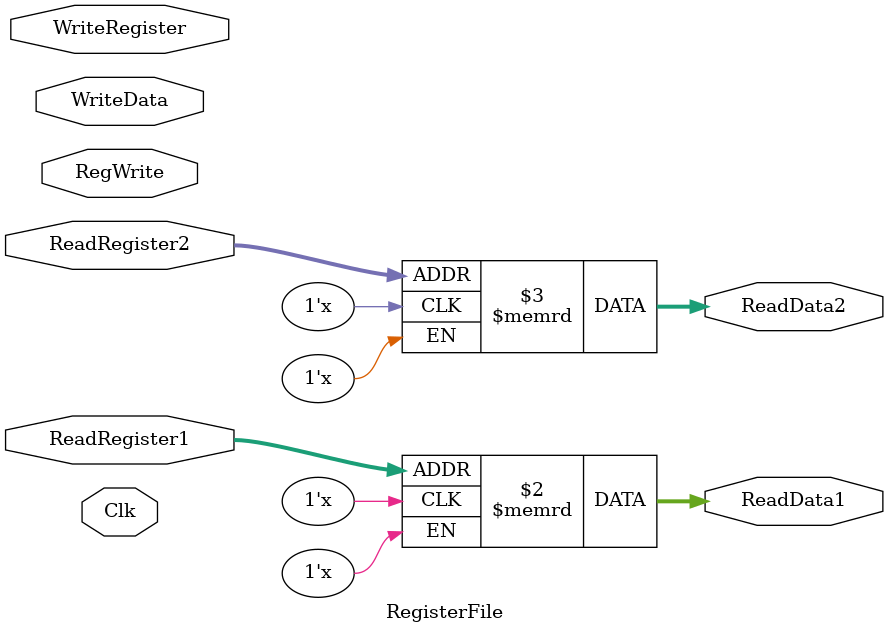
<source format=v>
`timescale 1ns / 1ps


module RegisterFile(ReadRegister1, ReadRegister2, WriteRegister, WriteData, RegWrite, Clk, ReadData1, ReadData2);

	/* Please fill in the implementation here... */
	input [4:0] ReadRegister1, ReadRegister2, WriteRegister;
	input [31:0] WriteData;
	input RegWrite, Clk;
	
	output reg [31:0] ReadData1, ReadData2;

	reg [31:0] Registers [0:31]; 

	always @(*) begin
		ReadData1 <= Registers[ReadRegister1];
		ReadData2 <= Registers[ReadRegister2];
	end

	always @(negedge Clk) begin
		if (RegWrite == 1) begin
			WriteData <= Registers[WriteRegister];
		end
	end

endmodule

</source>
